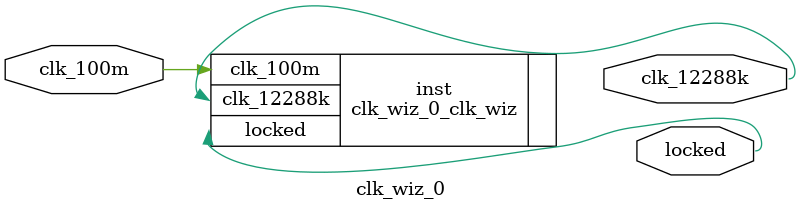
<source format=v>


`timescale 1ps/1ps

(* CORE_GENERATION_INFO = "clk_wiz_0,clk_wiz_v6_0_4_0_0,{component_name=clk_wiz_0,use_phase_alignment=true,use_min_o_jitter=false,use_max_i_jitter=false,use_dyn_phase_shift=false,use_inclk_switchover=false,use_dyn_reconfig=false,enable_axi=0,feedback_source=FDBK_AUTO,PRIMITIVE=MMCM,num_out_clk=1,clkin1_period=10.000,clkin2_period=10.000,use_power_down=false,use_reset=false,use_locked=true,use_inclk_stopped=false,feedback_type=SINGLE,CLOCK_MGR_TYPE=NA,manual_override=false}" *)

module clk_wiz_0 
 (
  // Clock out ports
  output        clk_12288k,
  // Status and control signals
  output        locked,
 // Clock in ports
  input         clk_100m
 );

  clk_wiz_0_clk_wiz inst
  (
  // Clock out ports  
  .clk_12288k(clk_12288k),
  // Status and control signals               
  .locked(locked),
 // Clock in ports
  .clk_100m(clk_100m)
  );

endmodule

</source>
